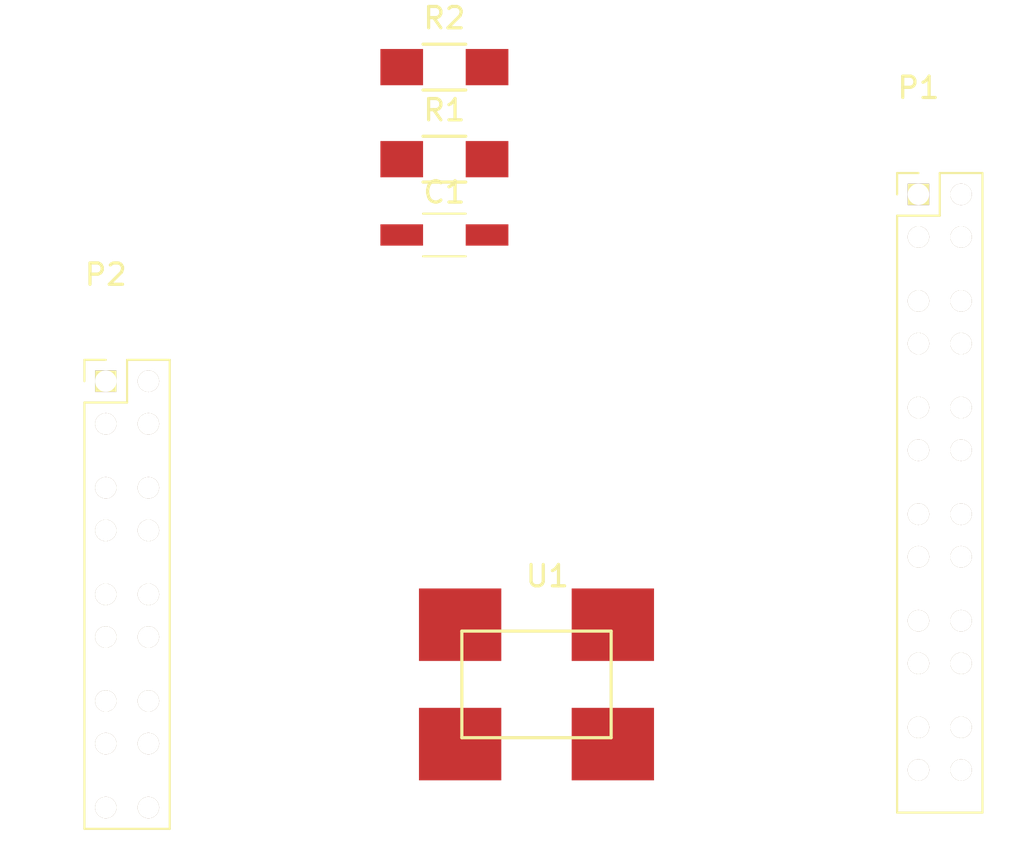
<source format=kicad_pcb>
(kicad_pcb (version 4) (host pcbnew "(2015-03-23 BZR 5533)-product")

  (general
    (links 30)
    (no_connects 30)
    (area 0 0 0 0)
    (thickness 1.6)
    (drawings 0)
    (tracks 0)
    (zones 0)
    (modules 6)
    (nets 23)
  )

  (page A4)
  (layers
    (0 F.Cu signal)
    (31 B.Cu signal)
    (32 B.Adhes user)
    (33 F.Adhes user)
    (34 B.Paste user)
    (35 F.Paste user)
    (36 B.SilkS user)
    (37 F.SilkS user)
    (38 B.Mask user)
    (39 F.Mask user)
    (40 Dwgs.User user)
    (41 Cmts.User user)
    (42 Eco1.User user)
    (43 Eco2.User user)
    (44 Edge.Cuts user)
    (45 Margin user)
    (46 B.CrtYd user)
    (47 F.CrtYd user)
    (48 B.Fab user)
    (49 F.Fab user)
  )

  (setup
    (last_trace_width 0.25)
    (trace_clearance 0.2)
    (zone_clearance 0.508)
    (zone_45_only no)
    (trace_min 0.2)
    (segment_width 0.2)
    (edge_width 0.1)
    (via_size 0.6)
    (via_drill 0.4)
    (via_min_size 0.4)
    (via_min_drill 0.3)
    (uvia_size 0.3)
    (uvia_drill 0.1)
    (uvias_allowed no)
    (uvia_min_size 0.2)
    (uvia_min_drill 0.1)
    (pcb_text_width 0.3)
    (pcb_text_size 1.5 1.5)
    (mod_edge_width 0.15)
    (mod_text_size 1 1)
    (mod_text_width 0.15)
    (pad_size 1.5 1.5)
    (pad_drill 0.6)
    (pad_to_mask_clearance 0)
    (aux_axis_origin 0 0)
    (visible_elements FFFFFF7F)
    (pcbplotparams
      (layerselection 0x00030_80000001)
      (usegerberextensions false)
      (excludeedgelayer true)
      (linewidth 0.100000)
      (plotframeref false)
      (viasonmask false)
      (mode 1)
      (useauxorigin false)
      (hpglpennumber 1)
      (hpglpenspeed 20)
      (hpglpendiameter 15)
      (hpglpenoverlay 2)
      (psnegative false)
      (psa4output false)
      (plotreference true)
      (plotvalue true)
      (plotinvisibletext false)
      (padsonsilk false)
      (subtractmaskfromsilk false)
      (outputformat 1)
      (mirror false)
      (drillshape 1)
      (scaleselection 1)
      (outputdirectory ""))
  )

  (net 0 "")
  (net 1 +3V3)
  (net 2 GND)
  (net 3 /SIOC)
  (net 4 /SIOD)
  (net 5 /VSync)
  (net 6 /PCLK)
  (net 7 /D7)
  (net 8 /D6)
  (net 9 /D5)
  (net 10 /D4)
  (net 11 /D3)
  (net 12 /D2)
  (net 13 /D1)
  (net 14 /D0)
  (net 15 "Net-(P1-Pad17)")
  (net 16 /XCLK)
  (net 17 "Net-(P1-Pad19)")
  (net 18 /Href)
  (net 19 /RESET)
  (net 20 /PWDN)
  (net 21 "Net-(P1-Pad23)")
  (net 22 "Net-(P1-Pad24)")

  (net_class Default "This is the default net class."
    (clearance 0.2)
    (trace_width 0.25)
    (via_dia 0.6)
    (via_drill 0.4)
    (uvia_dia 0.3)
    (uvia_drill 0.1)
    (add_net +3V3)
    (add_net /D0)
    (add_net /D1)
    (add_net /D2)
    (add_net /D3)
    (add_net /D4)
    (add_net /D5)
    (add_net /D6)
    (add_net /D7)
    (add_net /Href)
    (add_net /PCLK)
    (add_net /PWDN)
    (add_net /RESET)
    (add_net /SIOC)
    (add_net /SIOD)
    (add_net /VSync)
    (add_net /XCLK)
    (add_net GND)
    (add_net "Net-(P1-Pad17)")
    (add_net "Net-(P1-Pad19)")
    (add_net "Net-(P1-Pad23)")
    (add_net "Net-(P1-Pad24)")
  )

  (module Capacitors_SMD:C_1206_HandSoldering (layer F.Cu) (tedit 541A9C03) (tstamp 55C48750)
    (at 151.765 100.457)
    (descr "Capacitor SMD 1206, hand soldering")
    (tags "capacitor 1206")
    (path /55C45D20)
    (attr smd)
    (fp_text reference C1 (at 0 -2) (layer F.SilkS)
      (effects (font (size 1 1)))
    )
    (fp_text value 1uF (at 0 2) (layer F.Fab)
      (effects (font (size 1 1)))
    )
    (fp_line (start -3 -1) (end 3 -1) (layer F.CrtYd))
    (fp_line (start -3 1) (end 3 1) (layer F.CrtYd))
    (fp_line (start -3 -1) (end -3 1) (layer F.CrtYd))
    (fp_line (start 3 -1) (end 3 1) (layer F.CrtYd))
    (fp_line (start 1 -1) (end -1 -1) (layer F.SilkS))
    (fp_line (start -1 1) (end 1 1) (layer F.SilkS))
    (pad 1 smd rect (at -2 0) (size 2 1) (layers F.Cu F.Paste F.Mask)
      (net 1 +3V3))
    (pad 2 smd rect (at 2 0) (size 2 1) (layers F.Cu F.Paste F.Mask)
      (net 2 GND))
    (model Capacitors_SMD.3dshapes/C_1206_HandSoldering.wrl
      (at (xyz 0 0 0))
      (scale (xyz 1 1 1))
      (rotate (xyz 0 0 0))
    )
  )

  (module Pin_Headers:Pin_Header_Straight_2x12 (layer F.Cu) (tedit 0) (tstamp 55C4876C)
    (at 173.99 98.552)
    (descr "Through hole pin header")
    (tags "pin header")
    (path /5583E006)
    (fp_text reference P1 (at 0 -5) (layer F.SilkS)
      (effects (font (size 1 1)))
    )
    (fp_text value CONN_02X12 (at 0 -3) (layer F.Fab)
      (effects (font (size 1 1)))
    )
    (fp_line (start -1 -1) (end -1 29) (layer F.CrtYd))
    (fp_line (start 4 -1) (end 4 29) (layer F.CrtYd))
    (fp_line (start -1 -1) (end 4 -1) (layer F.CrtYd))
    (fp_line (start -1 29) (end 4 29) (layer F.CrtYd))
    (fp_line (start 3 29) (end 3 -1) (layer F.SilkS))
    (fp_line (start -1 1) (end -1 29) (layer F.SilkS))
    (fp_line (start 3 29) (end -1 29) (layer F.SilkS))
    (fp_line (start 3 -1) (end 1 -1) (layer F.SilkS))
    (fp_line (start 0 -1) (end -1 -1) (layer F.SilkS))
    (fp_line (start 1 -1) (end 1 1) (layer F.SilkS))
    (fp_line (start 1 1) (end -1 1) (layer F.SilkS))
    (fp_line (start -1 -1) (end -1 0) (layer F.SilkS))
    (pad 1 thru_hole rect (at 0 0) (size 1 1) (drill 1) (layers *.Cu *.Mask F.SilkS)
      (net 1 +3V3))
    (pad 2 thru_hole oval (at 2 0) (size 1 1) (drill 1) (layers *.Cu *.Mask F.SilkS)
      (net 2 GND))
    (pad 3 thru_hole oval (at 0 2) (size 1 1) (drill 1) (layers *.Cu *.Mask F.SilkS)
      (net 3 /SIOC))
    (pad 4 thru_hole oval (at 2 2) (size 1 1) (drill 1) (layers *.Cu *.Mask F.SilkS)
      (net 4 /SIOD))
    (pad 5 thru_hole oval (at 0 5) (size 1 1) (drill 1) (layers *.Cu *.Mask F.SilkS)
      (net 5 /VSync))
    (pad 6 thru_hole oval (at 2 5) (size 1 1) (drill 1) (layers *.Cu *.Mask F.SilkS)
      (net 6 /PCLK))
    (pad 7 thru_hole oval (at 0 7) (size 1 1) (drill 1) (layers *.Cu *.Mask F.SilkS)
      (net 7 /D7))
    (pad 8 thru_hole oval (at 2 7) (size 1 1) (drill 1) (layers *.Cu *.Mask F.SilkS)
      (net 8 /D6))
    (pad 9 thru_hole oval (at 0 10) (size 1 1) (drill 1) (layers *.Cu *.Mask F.SilkS)
      (net 9 /D5))
    (pad 10 thru_hole oval (at 2 10) (size 1 1) (drill 1) (layers *.Cu *.Mask F.SilkS)
      (net 10 /D4))
    (pad 11 thru_hole oval (at 0 12) (size 1 1) (drill 1) (layers *.Cu *.Mask F.SilkS)
      (net 11 /D3))
    (pad 12 thru_hole oval (at 2 12) (size 1 1) (drill 1) (layers *.Cu *.Mask F.SilkS)
      (net 12 /D2))
    (pad 13 thru_hole oval (at 0 15) (size 1 1) (drill 1) (layers *.Cu *.Mask F.SilkS)
      (net 13 /D1))
    (pad 14 thru_hole oval (at 2 15) (size 1 1) (drill 1) (layers *.Cu *.Mask F.SilkS)
      (net 14 /D0))
    (pad 15 thru_hole oval (at 0 17) (size 1 1) (drill 1) (layers *.Cu *.Mask F.SilkS)
      (net 1 +3V3))
    (pad 16 thru_hole oval (at 2 17) (size 1 1) (drill 1) (layers *.Cu *.Mask F.SilkS)
      (net 2 GND))
    (pad 17 thru_hole oval (at 0 20) (size 1 1) (drill 1) (layers *.Cu *.Mask F.SilkS)
      (net 15 "Net-(P1-Pad17)"))
    (pad 18 thru_hole oval (at 2 20) (size 1 1) (drill 1) (layers *.Cu *.Mask F.SilkS)
      (net 16 /XCLK))
    (pad 19 thru_hole oval (at 0 22) (size 1 1) (drill 1) (layers *.Cu *.Mask F.SilkS)
      (net 17 "Net-(P1-Pad19)"))
    (pad 20 thru_hole oval (at 2 22) (size 1 1) (drill 1) (layers *.Cu *.Mask F.SilkS)
      (net 18 /Href))
    (pad 21 thru_hole oval (at 0 25) (size 1 1) (drill 1) (layers *.Cu *.Mask F.SilkS)
      (net 19 /RESET))
    (pad 22 thru_hole oval (at 2 25) (size 1 1) (drill 1) (layers *.Cu *.Mask F.SilkS)
      (net 20 /PWDN))
    (pad 23 thru_hole oval (at 0 27) (size 1 1) (drill 1) (layers *.Cu *.Mask F.SilkS)
      (net 21 "Net-(P1-Pad23)"))
    (pad 24 thru_hole oval (at 2 27) (size 1 1) (drill 1) (layers *.Cu *.Mask F.SilkS)
      (net 22 "Net-(P1-Pad24)"))
    (model Pin_Headers.3dshapes/Pin_Header_Straight_2x12.wrl
      (at (xyz 0 -0 0))
      (scale (xyz 1 1 1))
      (rotate (xyz 0 0 90))
    )
  )

  (module Pin_Headers:Pin_Header_Straight_2x09 (layer F.Cu) (tedit 0) (tstamp 55C48782)
    (at 135.89 107.315)
    (descr "Through hole pin header")
    (tags "pin header")
    (path /5583E070)
    (fp_text reference P2 (at 0 -5) (layer F.SilkS)
      (effects (font (size 1 1)))
    )
    (fp_text value CONN_02X09 (at 0 -3) (layer F.Fab)
      (effects (font (size 1 1)))
    )
    (fp_line (start -1 -1) (end -1 22) (layer F.CrtYd))
    (fp_line (start 4 -1) (end 4 22) (layer F.CrtYd))
    (fp_line (start -1 -1) (end 4 -1) (layer F.CrtYd))
    (fp_line (start -1 22) (end 4 22) (layer F.CrtYd))
    (fp_line (start 3 21) (end 3 -1) (layer F.SilkS))
    (fp_line (start -1 1) (end -1 21) (layer F.SilkS))
    (fp_line (start 3 21) (end -1 21) (layer F.SilkS))
    (fp_line (start 3 -1) (end 1 -1) (layer F.SilkS))
    (fp_line (start 0 -1) (end -1 -1) (layer F.SilkS))
    (fp_line (start 1 -1) (end 1 1) (layer F.SilkS))
    (fp_line (start 1 1) (end -1 1) (layer F.SilkS))
    (fp_line (start -1 -1) (end -1 0) (layer F.SilkS))
    (pad 1 thru_hole rect (at 0 0) (size 1 1) (drill 1) (layers *.Cu *.Mask F.SilkS)
      (net 1 +3V3))
    (pad 2 thru_hole oval (at 2 0) (size 1 1) (drill 1) (layers *.Cu *.Mask F.SilkS)
      (net 2 GND))
    (pad 3 thru_hole oval (at 0 2) (size 1 1) (drill 1) (layers *.Cu *.Mask F.SilkS)
      (net 3 /SIOC))
    (pad 4 thru_hole oval (at 2 2) (size 1 1) (drill 1) (layers *.Cu *.Mask F.SilkS)
      (net 4 /SIOD))
    (pad 5 thru_hole oval (at 0 5) (size 1 1) (drill 1) (layers *.Cu *.Mask F.SilkS)
      (net 5 /VSync))
    (pad 6 thru_hole oval (at 2 5) (size 1 1) (drill 1) (layers *.Cu *.Mask F.SilkS)
      (net 18 /Href))
    (pad 7 thru_hole oval (at 0 7) (size 1 1) (drill 1) (layers *.Cu *.Mask F.SilkS)
      (net 6 /PCLK))
    (pad 8 thru_hole oval (at 2 7) (size 1 1) (drill 1) (layers *.Cu *.Mask F.SilkS)
      (net 16 /XCLK))
    (pad 9 thru_hole oval (at 0 10) (size 1 1) (drill 1) (layers *.Cu *.Mask F.SilkS)
      (net 7 /D7))
    (pad 10 thru_hole oval (at 2 10) (size 1 1) (drill 1) (layers *.Cu *.Mask F.SilkS)
      (net 8 /D6))
    (pad 11 thru_hole oval (at 0 12) (size 1 1) (drill 1) (layers *.Cu *.Mask F.SilkS)
      (net 9 /D5))
    (pad 12 thru_hole oval (at 2 12) (size 1 1) (drill 1) (layers *.Cu *.Mask F.SilkS)
      (net 10 /D4))
    (pad 13 thru_hole oval (at 0 15) (size 1 1) (drill 1) (layers *.Cu *.Mask F.SilkS)
      (net 11 /D3))
    (pad 14 thru_hole oval (at 2 15) (size 1 1) (drill 1) (layers *.Cu *.Mask F.SilkS)
      (net 12 /D2))
    (pad 15 thru_hole oval (at 0 17) (size 1 1) (drill 1) (layers *.Cu *.Mask F.SilkS)
      (net 13 /D1))
    (pad 16 thru_hole oval (at 2 17) (size 1 1) (drill 1) (layers *.Cu *.Mask F.SilkS)
      (net 14 /D0))
    (pad 17 thru_hole oval (at 0 20) (size 1 1) (drill 1) (layers *.Cu *.Mask F.SilkS)
      (net 19 /RESET))
    (pad 18 thru_hole oval (at 2 20) (size 1 1) (drill 1) (layers *.Cu *.Mask F.SilkS)
      (net 20 /PWDN))
    (model Pin_Headers.3dshapes/Pin_Header_Straight_2x09.wrl
      (at (xyz 0 -0 0))
      (scale (xyz 1 1 1))
      (rotate (xyz 0 0 90))
    )
  )

  (module Resistors_SMD:R_1206_HandSoldering (layer F.Cu) (tedit 5418A20D) (tstamp 55C48788)
    (at 151.765 96.901)
    (descr "Resistor SMD 1206, hand soldering")
    (tags "resistor 1206")
    (path /55C45043)
    (attr smd)
    (fp_text reference R1 (at 0 -2.3) (layer F.SilkS)
      (effects (font (size 1 1) (thickness 0.15)))
    )
    (fp_text value 4.7k (at 0 2.3) (layer F.Fab)
      (effects (font (size 1 1) (thickness 0.15)))
    )
    (fp_line (start -3.3 -1.2) (end 3.3 -1.2) (layer F.CrtYd) (width 0.05))
    (fp_line (start -3.3 1.2) (end 3.3 1.2) (layer F.CrtYd) (width 0.05))
    (fp_line (start -3.3 -1.2) (end -3.3 1.2) (layer F.CrtYd) (width 0.05))
    (fp_line (start 3.3 -1.2) (end 3.3 1.2) (layer F.CrtYd) (width 0.05))
    (fp_line (start 1 1.075) (end -1 1.075) (layer F.SilkS) (width 0.15))
    (fp_line (start -1 -1.075) (end 1 -1.075) (layer F.SilkS) (width 0.15))
    (pad 1 smd rect (at -2 0) (size 2 1.7) (layers F.Cu F.Paste F.Mask)
      (net 1 +3V3))
    (pad 2 smd rect (at 2 0) (size 2 1.7) (layers F.Cu F.Paste F.Mask)
      (net 3 /SIOC))
    (model Resistors_SMD.3dshapes/R_1206_HandSoldering.wrl
      (at (xyz 0 0 0))
      (scale (xyz 1 1 1))
      (rotate (xyz 0 0 0))
    )
  )

  (module Resistors_SMD:R_1206_HandSoldering (layer F.Cu) (tedit 5418A20D) (tstamp 55C4878E)
    (at 151.765 92.583)
    (descr "Resistor SMD 1206, hand soldering")
    (tags "resistor 1206")
    (path /55C450E0)
    (attr smd)
    (fp_text reference R2 (at 0 -2.3) (layer F.SilkS)
      (effects (font (size 1 1) (thickness 0.15)))
    )
    (fp_text value 4.7k (at 0 2.3) (layer F.Fab)
      (effects (font (size 1 1) (thickness 0.15)))
    )
    (fp_line (start -3.3 -1.2) (end 3.3 -1.2) (layer F.CrtYd) (width 0.05))
    (fp_line (start -3.3 1.2) (end 3.3 1.2) (layer F.CrtYd) (width 0.05))
    (fp_line (start -3.3 -1.2) (end -3.3 1.2) (layer F.CrtYd) (width 0.05))
    (fp_line (start 3.3 -1.2) (end 3.3 1.2) (layer F.CrtYd) (width 0.05))
    (fp_line (start 1 1.075) (end -1 1.075) (layer F.SilkS) (width 0.15))
    (fp_line (start -1 -1.075) (end 1 -1.075) (layer F.SilkS) (width 0.15))
    (pad 1 smd rect (at -2 0) (size 2 1.7) (layers F.Cu F.Paste F.Mask)
      (net 1 +3V3))
    (pad 2 smd rect (at 2 0) (size 2 1.7) (layers F.Cu F.Paste F.Mask)
      (net 4 /SIOD))
    (model Resistors_SMD.3dshapes/R_1206_HandSoldering.wrl
      (at (xyz 0 0 0))
      (scale (xyz 1 1 1))
      (rotate (xyz 0 0 0))
    )
  )

  (module oscillator:oscillator (layer F.Cu) (tedit 55C482DF) (tstamp 55C4879A)
    (at 156.083 121.539)
    (path /55C47029)
    (fp_text reference U1 (at 0.508 -5.08) (layer F.SilkS)
      (effects (font (size 1 1) (thickness 0.15)))
    )
    (fp_text value Oscillator (at -0.0508 -3.7084) (layer F.Fab)
      (effects (font (size 1 1) (thickness 0.15)))
    )
    (fp_line (start -3.5 -2.5) (end 3.5 -2.5) (layer F.SilkS) (width 0.15))
    (fp_line (start 3.5 -2.5) (end 3.5 2.5) (layer F.SilkS) (width 0.15))
    (fp_line (start 3.5 2.5) (end -3.5 2.5) (layer F.SilkS) (width 0.15))
    (fp_line (start -3.5 2.5) (end -3.5 -2.5) (layer F.SilkS) (width 0.15))
    (pad 1 smd rect (at -3.58 2.8) (size 3.86 3.4) (layers F.Cu F.Paste F.Mask)
      (net 1 +3V3))
    (pad 2 smd rect (at 3.58 2.8) (size 3.86 3.4) (layers F.Cu F.Paste F.Mask)
      (net 2 GND))
    (pad 3 smd rect (at 3.58 -2.8) (size 3.86 3.4) (layers F.Cu F.Paste F.Mask)
      (net 6 /PCLK))
    (pad 4 smd rect (at -3.58 -2.8) (size 3.86 3.4) (layers F.Cu F.Paste F.Mask)
      (net 1 +3V3))
  )

)

</source>
